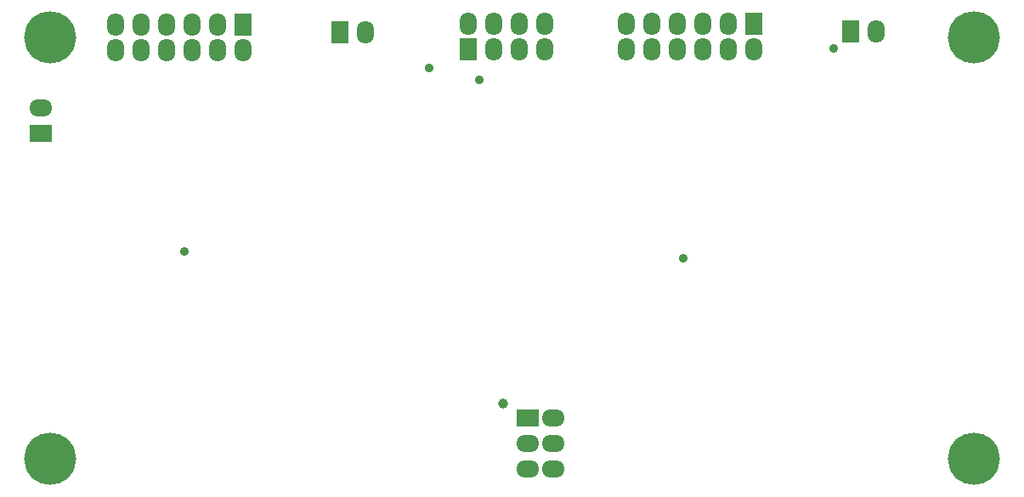
<source format=gbs>
%FSLAX25Y25*%
%MOIN*%
G70*
G01*
G75*
G04 Layer_Color=16711935*
%ADD10R,0.03937X0.03150*%
%ADD11R,0.02756X0.02559*%
%ADD12R,0.02756X0.01969*%
%ADD13R,0.02559X0.02756*%
%ADD14R,0.01969X0.02756*%
%ADD15R,0.05118X0.03543*%
%ADD16R,0.03543X0.05118*%
%ADD17R,0.04921X0.05906*%
%ADD18R,0.05906X0.04921*%
%ADD19O,0.11221X0.02362*%
%ADD20O,0.09843X0.02362*%
%ADD21R,0.08268X0.22047*%
%ADD22R,0.02362X0.05512*%
%ADD23C,0.02362*%
%ADD24C,0.01969*%
%ADD25C,0.01000*%
%ADD26C,0.01181*%
%ADD27C,0.19685*%
%ADD28R,0.05906X0.08268*%
%ADD29O,0.05906X0.08268*%
%ADD30R,0.08268X0.05906*%
%ADD31O,0.08268X0.05906*%
%ADD32C,0.02756*%
%ADD33C,0.03150*%
%ADD34C,0.02165*%
%ADD35C,0.00984*%
%ADD36C,0.00787*%
%ADD37R,0.04724X0.03937*%
%ADD38R,0.03543X0.03347*%
%ADD39R,0.03543X0.02756*%
%ADD40R,0.03347X0.03543*%
%ADD41R,0.02756X0.03543*%
%ADD42R,0.05906X0.04331*%
%ADD43R,0.04331X0.05906*%
%ADD44R,0.05709X0.06693*%
%ADD45R,0.06693X0.05709*%
%ADD46O,0.12008X0.03150*%
%ADD47O,0.10630X0.03150*%
%ADD48R,0.09055X0.22835*%
%ADD49C,0.20472*%
%ADD50R,0.06693X0.09055*%
%ADD51O,0.06693X0.09055*%
%ADD52R,0.09055X0.06693*%
%ADD53O,0.09055X0.06693*%
%ADD54C,0.03543*%
%ADD55C,0.03937*%
D49*
X850394Y476378D02*
D03*
X488189D02*
D03*
Y311024D02*
D03*
X850394D02*
D03*
D50*
X601575Y478543D02*
D03*
X764094Y481653D02*
D03*
X801968Y478740D02*
D03*
X652047Y471654D02*
D03*
X563701Y481457D02*
D03*
D51*
X611575Y478543D02*
D03*
X714094Y471654D02*
D03*
Y481653D02*
D03*
X724094Y471654D02*
D03*
Y481653D02*
D03*
X734094Y471654D02*
D03*
Y481653D02*
D03*
X744095Y471654D02*
D03*
Y481653D02*
D03*
X754095Y471654D02*
D03*
Y481653D02*
D03*
X764094Y471654D02*
D03*
X811969Y478740D02*
D03*
X682047Y481653D02*
D03*
Y471654D02*
D03*
X672047Y481653D02*
D03*
Y471654D02*
D03*
X662047Y481653D02*
D03*
Y471654D02*
D03*
X652047Y481653D02*
D03*
X513701Y471457D02*
D03*
Y481457D02*
D03*
X523701Y471457D02*
D03*
Y481457D02*
D03*
X533701Y471457D02*
D03*
Y481457D02*
D03*
X543701Y471457D02*
D03*
Y481457D02*
D03*
X553701Y471457D02*
D03*
Y481457D02*
D03*
X563701Y471457D02*
D03*
D52*
X484252Y438819D02*
D03*
X675433Y327087D02*
D03*
D53*
X484252Y448819D02*
D03*
X685433Y327087D02*
D03*
X675433Y317087D02*
D03*
X685433D02*
D03*
X675433Y307087D02*
D03*
X685433D02*
D03*
D54*
X540551Y392520D02*
D03*
X736417Y389764D02*
D03*
X795276Y472047D02*
D03*
X656496Y459646D02*
D03*
X636811Y464370D02*
D03*
D55*
X665748Y332677D02*
D03*
M02*

</source>
